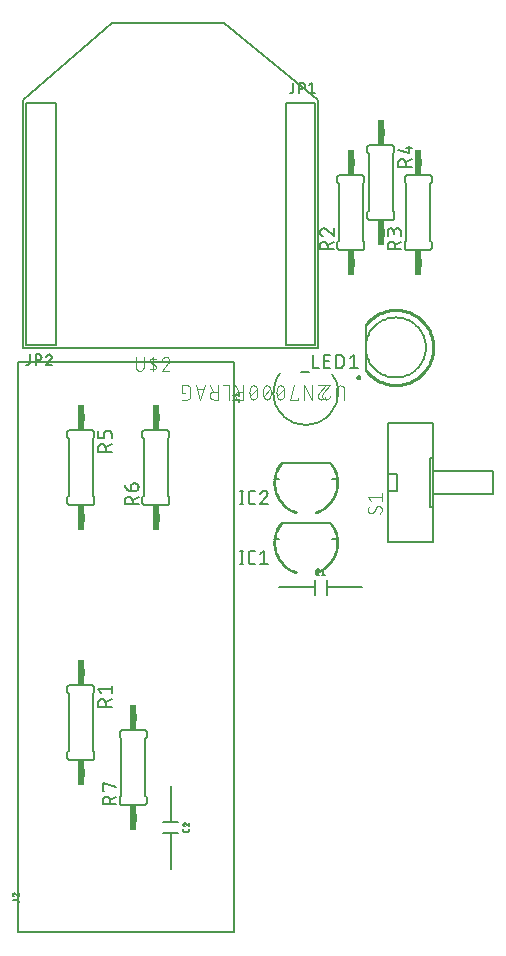
<source format=gbr>
G04 EAGLE Gerber RS-274X export*
G75*
%MOIN*%
%FSLAX34Y34*%
%LPD*%
%INSilkscreen Top*%
%IPPOS*%
%AMOC8*
5,1,8,0,0,1.08239X$1,22.5*%
G01*
%ADD10C,0.008000*%
%ADD11C,0.005000*%
%ADD12C,0.000600*%
%ADD13C,0.006000*%
%ADD14C,0.010000*%
%ADD15C,0.024000*%
%ADD16R,0.024000X0.034000*%
%ADD17C,0.004000*%
%ADD18C,0.003000*%


D10*
X10803Y11750D02*
X10803Y11500D01*
X10803Y11250D01*
X11197Y11500D02*
X11197Y11750D01*
X11197Y11500D02*
X11197Y11250D01*
X10803Y11500D02*
X9622Y11500D01*
X11197Y11500D02*
X12378Y11500D01*
D11*
X10941Y11919D02*
X10899Y11919D01*
X10888Y11920D01*
X10878Y11925D01*
X10869Y11931D01*
X10863Y11940D01*
X10858Y11950D01*
X10857Y11961D01*
X10857Y12066D01*
X10858Y12077D01*
X10863Y12087D01*
X10869Y12096D01*
X10878Y12102D01*
X10888Y12107D01*
X10899Y12108D01*
X10899Y12109D02*
X10941Y12109D01*
X11038Y12066D02*
X11091Y12109D01*
X11091Y11919D01*
X11143Y11919D02*
X11038Y11919D01*
D10*
X6250Y3697D02*
X6000Y3697D01*
X5750Y3697D01*
X6000Y3303D02*
X6250Y3303D01*
X6000Y3303D02*
X5750Y3303D01*
X6000Y3697D02*
X6000Y4878D01*
X6000Y3303D02*
X6000Y2122D01*
D11*
X6609Y3399D02*
X6609Y3441D01*
X6608Y3399D02*
X6607Y3388D01*
X6602Y3378D01*
X6596Y3369D01*
X6587Y3363D01*
X6577Y3358D01*
X6566Y3357D01*
X6461Y3357D01*
X6450Y3358D01*
X6440Y3363D01*
X6431Y3369D01*
X6425Y3378D01*
X6420Y3388D01*
X6419Y3399D01*
X6419Y3441D01*
X6418Y3596D02*
X6420Y3608D01*
X6424Y3620D01*
X6432Y3630D01*
X6442Y3638D01*
X6454Y3642D01*
X6466Y3644D01*
X6419Y3596D02*
X6420Y3583D01*
X6424Y3571D01*
X6431Y3560D01*
X6439Y3551D01*
X6450Y3543D01*
X6461Y3538D01*
X6503Y3627D02*
X6492Y3636D01*
X6480Y3641D01*
X6466Y3643D01*
X6503Y3628D02*
X6609Y3538D01*
X6609Y3643D01*
D12*
X10820Y11972D02*
X10804Y12024D01*
X10804Y12023D02*
X10863Y12044D01*
X10920Y12067D01*
X10976Y12094D01*
X11029Y12125D01*
X11081Y12158D01*
X11131Y12195D01*
X11178Y12234D01*
X11223Y12277D01*
X11266Y12322D01*
X11305Y12369D01*
X11342Y12419D01*
X11376Y12471D01*
X11406Y12525D01*
X11433Y12580D01*
X11457Y12637D01*
X11477Y12696D01*
X11493Y12755D01*
X11506Y12816D01*
X11516Y12877D01*
X11521Y12938D01*
X11523Y13000D01*
X11521Y13062D01*
X11516Y13123D01*
X11506Y13184D01*
X11493Y13245D01*
X11477Y13304D01*
X11457Y13363D01*
X11433Y13420D01*
X11406Y13475D01*
X11375Y13529D01*
X11342Y13581D01*
X11305Y13631D01*
X11347Y13664D01*
X11348Y13664D01*
X11385Y13614D01*
X11420Y13561D01*
X11451Y13506D01*
X11479Y13449D01*
X11503Y13391D01*
X11525Y13332D01*
X11542Y13271D01*
X11556Y13210D01*
X11567Y13148D01*
X11574Y13085D01*
X11577Y13022D01*
X11576Y12959D01*
X11572Y12896D01*
X11564Y12833D01*
X11552Y12771D01*
X11537Y12710D01*
X11518Y12650D01*
X11496Y12591D01*
X11470Y12533D01*
X11441Y12477D01*
X11409Y12423D01*
X11374Y12371D01*
X11336Y12320D01*
X11294Y12273D01*
X11250Y12227D01*
X11204Y12185D01*
X11155Y12145D01*
X11104Y12108D01*
X11050Y12074D01*
X10995Y12044D01*
X10938Y12016D01*
X10880Y11992D01*
X10820Y11972D01*
X10819Y11977D01*
X10880Y11998D01*
X10940Y12022D01*
X10998Y12051D01*
X11055Y12083D01*
X11109Y12118D01*
X11161Y12156D01*
X11211Y12198D01*
X11258Y12242D01*
X11302Y12289D01*
X11344Y12339D01*
X11382Y12391D01*
X11417Y12445D01*
X11449Y12502D01*
X11478Y12560D01*
X11502Y12620D01*
X11523Y12681D01*
X11541Y12744D01*
X11554Y12807D01*
X11564Y12871D01*
X11570Y12935D01*
X11572Y13000D01*
X11570Y13065D01*
X11564Y13129D01*
X11554Y13193D01*
X11541Y13257D01*
X11523Y13319D01*
X11502Y13380D01*
X11478Y13440D01*
X11449Y13498D01*
X11417Y13555D01*
X11382Y13609D01*
X11344Y13661D01*
X11340Y13658D01*
X11378Y13606D01*
X11413Y13552D01*
X11445Y13496D01*
X11473Y13438D01*
X11498Y13378D01*
X11519Y13318D01*
X11536Y13255D01*
X11550Y13192D01*
X11559Y13129D01*
X11565Y13065D01*
X11567Y13000D01*
X11565Y12936D01*
X11559Y12871D01*
X11550Y12808D01*
X11536Y12745D01*
X11519Y12683D01*
X11498Y12622D01*
X11473Y12562D01*
X11445Y12504D01*
X11413Y12448D01*
X11378Y12394D01*
X11340Y12342D01*
X11299Y12292D01*
X11255Y12246D01*
X11208Y12201D01*
X11158Y12160D01*
X11106Y12122D01*
X11052Y12087D01*
X10996Y12055D01*
X10938Y12027D01*
X10878Y12002D01*
X10817Y11981D01*
X10816Y11986D01*
X10877Y12007D01*
X10936Y12032D01*
X10994Y12060D01*
X11049Y12091D01*
X11103Y12126D01*
X11155Y12164D01*
X11204Y12205D01*
X11251Y12249D01*
X11295Y12296D01*
X11336Y12345D01*
X11374Y12397D01*
X11409Y12451D01*
X11440Y12507D01*
X11468Y12564D01*
X11493Y12623D01*
X11514Y12684D01*
X11531Y12746D01*
X11545Y12809D01*
X11554Y12872D01*
X11560Y12936D01*
X11562Y13000D01*
X11560Y13064D01*
X11554Y13128D01*
X11545Y13192D01*
X11531Y13254D01*
X11514Y13316D01*
X11493Y13377D01*
X11468Y13436D01*
X11440Y13494D01*
X11409Y13550D01*
X11374Y13603D01*
X11336Y13655D01*
X11332Y13652D01*
X11370Y13601D01*
X11405Y13547D01*
X11436Y13491D01*
X11464Y13434D01*
X11488Y13375D01*
X11509Y13315D01*
X11526Y13253D01*
X11540Y13191D01*
X11549Y13127D01*
X11555Y13064D01*
X11557Y13000D01*
X11555Y12936D01*
X11549Y12873D01*
X11540Y12810D01*
X11526Y12747D01*
X11509Y12686D01*
X11488Y12625D01*
X11464Y12566D01*
X11436Y12509D01*
X11405Y12453D01*
X11370Y12400D01*
X11332Y12348D01*
X11291Y12299D01*
X11247Y12253D01*
X11201Y12209D01*
X11152Y12168D01*
X11100Y12130D01*
X11047Y12095D01*
X10991Y12064D01*
X10934Y12036D01*
X10875Y12012D01*
X10814Y11991D01*
X10813Y11996D01*
X10873Y12016D01*
X10932Y12041D01*
X10989Y12069D01*
X11044Y12100D01*
X11098Y12134D01*
X11149Y12172D01*
X11198Y12213D01*
X11244Y12256D01*
X11287Y12302D01*
X11328Y12351D01*
X11366Y12402D01*
X11400Y12456D01*
X11432Y12511D01*
X11459Y12568D01*
X11484Y12627D01*
X11504Y12687D01*
X11521Y12748D01*
X11535Y12810D01*
X11544Y12873D01*
X11550Y12937D01*
X11552Y13000D01*
X11550Y13064D01*
X11544Y13127D01*
X11535Y13190D01*
X11521Y13252D01*
X11504Y13313D01*
X11484Y13373D01*
X11459Y13432D01*
X11431Y13489D01*
X11400Y13544D01*
X11366Y13598D01*
X11328Y13649D01*
X11324Y13646D01*
X11362Y13595D01*
X11396Y13542D01*
X11427Y13487D01*
X11455Y13430D01*
X11479Y13371D01*
X11500Y13312D01*
X11517Y13251D01*
X11530Y13189D01*
X11539Y13126D01*
X11545Y13063D01*
X11547Y13000D01*
X11545Y12937D01*
X11539Y12874D01*
X11530Y12811D01*
X11517Y12750D01*
X11500Y12689D01*
X11479Y12629D01*
X11455Y12570D01*
X11427Y12513D01*
X11396Y12458D01*
X11362Y12405D01*
X11324Y12354D01*
X11284Y12306D01*
X11240Y12260D01*
X11194Y12216D01*
X11146Y12176D01*
X11095Y12138D01*
X11042Y12104D01*
X10987Y12073D01*
X10930Y12045D01*
X10871Y12021D01*
X10812Y12000D01*
X10810Y12005D01*
X10870Y12026D01*
X10928Y12050D01*
X10984Y12077D01*
X11039Y12108D01*
X11092Y12142D01*
X11143Y12180D01*
X11191Y12220D01*
X11237Y12263D01*
X11280Y12309D01*
X11320Y12357D01*
X11358Y12408D01*
X11392Y12461D01*
X11423Y12516D01*
X11450Y12572D01*
X11474Y12631D01*
X11495Y12690D01*
X11512Y12751D01*
X11525Y12812D01*
X11534Y12874D01*
X11540Y12937D01*
X11542Y13000D01*
X11540Y13063D01*
X11534Y13126D01*
X11525Y13188D01*
X11512Y13249D01*
X11495Y13310D01*
X11474Y13370D01*
X11450Y13428D01*
X11423Y13484D01*
X11392Y13539D01*
X11358Y13592D01*
X11320Y13643D01*
X11316Y13640D01*
X11353Y13589D01*
X11387Y13537D01*
X11418Y13482D01*
X11446Y13426D01*
X11470Y13368D01*
X11490Y13309D01*
X11507Y13248D01*
X11520Y13187D01*
X11529Y13125D01*
X11535Y13063D01*
X11537Y13000D01*
X11535Y12937D01*
X11529Y12875D01*
X11520Y12813D01*
X11507Y12752D01*
X11490Y12692D01*
X11470Y12632D01*
X11446Y12574D01*
X11418Y12518D01*
X11387Y12464D01*
X11353Y12411D01*
X11316Y12361D01*
X11276Y12312D01*
X11233Y12267D01*
X11188Y12224D01*
X11140Y12184D01*
X11089Y12147D01*
X11037Y12113D01*
X10982Y12082D01*
X10926Y12054D01*
X10868Y12030D01*
X10809Y12010D01*
X10807Y12015D01*
X10866Y12035D01*
X10924Y12059D01*
X10980Y12086D01*
X11034Y12117D01*
X11086Y12151D01*
X11137Y12188D01*
X11184Y12228D01*
X11230Y12270D01*
X11273Y12316D01*
X11312Y12364D01*
X11349Y12414D01*
X11383Y12466D01*
X11414Y12520D01*
X11441Y12577D01*
X11465Y12634D01*
X11485Y12693D01*
X11502Y12753D01*
X11515Y12814D01*
X11524Y12876D01*
X11530Y12938D01*
X11532Y13000D01*
X11530Y13062D01*
X11524Y13124D01*
X11515Y13186D01*
X11502Y13247D01*
X11485Y13307D01*
X11465Y13366D01*
X11441Y13424D01*
X11414Y13480D01*
X11383Y13534D01*
X11349Y13586D01*
X11312Y13636D01*
X11308Y13633D01*
X11345Y13583D01*
X11379Y13531D01*
X11409Y13477D01*
X11437Y13422D01*
X11460Y13364D01*
X11480Y13306D01*
X11497Y13246D01*
X11510Y13185D01*
X11520Y13124D01*
X11525Y13062D01*
X11527Y13000D01*
X11525Y12938D01*
X11520Y12876D01*
X11510Y12815D01*
X11497Y12754D01*
X11481Y12695D01*
X11460Y12636D01*
X11437Y12579D01*
X11409Y12523D01*
X11379Y12469D01*
X11345Y12417D01*
X11308Y12367D01*
X11269Y12319D01*
X11226Y12274D01*
X11181Y12231D01*
X11133Y12192D01*
X11083Y12155D01*
X11031Y12121D01*
X10977Y12091D01*
X10922Y12064D01*
X10864Y12040D01*
X10806Y12020D01*
X9653Y13664D02*
X9695Y13630D01*
X9695Y13631D02*
X9658Y13581D01*
X9625Y13529D01*
X9594Y13475D01*
X9567Y13420D01*
X9543Y13363D01*
X9523Y13304D01*
X9507Y13245D01*
X9494Y13184D01*
X9484Y13123D01*
X9479Y13062D01*
X9477Y13000D01*
X9479Y12938D01*
X9484Y12877D01*
X9494Y12816D01*
X9507Y12755D01*
X9523Y12696D01*
X9543Y12637D01*
X9567Y12580D01*
X9594Y12525D01*
X9624Y12471D01*
X9658Y12419D01*
X9695Y12369D01*
X9734Y12322D01*
X9777Y12277D01*
X9822Y12234D01*
X9869Y12195D01*
X9919Y12158D01*
X9971Y12125D01*
X10024Y12094D01*
X10080Y12067D01*
X10137Y12044D01*
X10196Y12023D01*
X10180Y11972D01*
X10120Y11992D01*
X10062Y12016D01*
X10005Y12044D01*
X9950Y12074D01*
X9896Y12108D01*
X9845Y12145D01*
X9796Y12185D01*
X9750Y12227D01*
X9706Y12273D01*
X9664Y12320D01*
X9626Y12371D01*
X9591Y12423D01*
X9559Y12477D01*
X9530Y12533D01*
X9504Y12591D01*
X9482Y12650D01*
X9463Y12710D01*
X9448Y12771D01*
X9436Y12833D01*
X9428Y12896D01*
X9424Y12959D01*
X9423Y13022D01*
X9426Y13085D01*
X9433Y13148D01*
X9444Y13210D01*
X9458Y13271D01*
X9475Y13332D01*
X9497Y13391D01*
X9521Y13449D01*
X9549Y13506D01*
X9580Y13561D01*
X9615Y13614D01*
X9652Y13664D01*
X9656Y13661D01*
X9618Y13609D01*
X9583Y13555D01*
X9551Y13498D01*
X9523Y13440D01*
X9498Y13380D01*
X9477Y13319D01*
X9459Y13257D01*
X9446Y13193D01*
X9436Y13129D01*
X9430Y13065D01*
X9428Y13000D01*
X9430Y12935D01*
X9436Y12871D01*
X9446Y12807D01*
X9459Y12744D01*
X9477Y12681D01*
X9498Y12620D01*
X9522Y12560D01*
X9551Y12502D01*
X9583Y12445D01*
X9618Y12391D01*
X9656Y12339D01*
X9698Y12289D01*
X9742Y12242D01*
X9789Y12198D01*
X9839Y12156D01*
X9891Y12118D01*
X9945Y12083D01*
X10002Y12051D01*
X10060Y12022D01*
X10120Y11998D01*
X10181Y11977D01*
X10183Y11981D01*
X10122Y12002D01*
X10062Y12027D01*
X10004Y12055D01*
X9948Y12087D01*
X9894Y12122D01*
X9842Y12160D01*
X9792Y12201D01*
X9745Y12246D01*
X9701Y12292D01*
X9660Y12342D01*
X9622Y12394D01*
X9587Y12448D01*
X9555Y12504D01*
X9527Y12562D01*
X9502Y12622D01*
X9481Y12683D01*
X9464Y12745D01*
X9450Y12808D01*
X9441Y12871D01*
X9435Y12936D01*
X9433Y13000D01*
X9435Y13065D01*
X9441Y13129D01*
X9451Y13192D01*
X9464Y13255D01*
X9481Y13318D01*
X9502Y13378D01*
X9527Y13438D01*
X9555Y13496D01*
X9587Y13552D01*
X9622Y13606D01*
X9660Y13658D01*
X9664Y13655D01*
X9626Y13603D01*
X9591Y13550D01*
X9560Y13494D01*
X9532Y13436D01*
X9507Y13377D01*
X9486Y13316D01*
X9469Y13254D01*
X9455Y13192D01*
X9446Y13128D01*
X9440Y13064D01*
X9438Y13000D01*
X9440Y12936D01*
X9446Y12872D01*
X9455Y12809D01*
X9469Y12746D01*
X9486Y12684D01*
X9507Y12623D01*
X9532Y12564D01*
X9560Y12507D01*
X9591Y12451D01*
X9626Y12397D01*
X9664Y12345D01*
X9705Y12296D01*
X9749Y12249D01*
X9796Y12205D01*
X9845Y12164D01*
X9897Y12126D01*
X9951Y12091D01*
X10006Y12060D01*
X10064Y12032D01*
X10123Y12007D01*
X10184Y11986D01*
X10185Y11991D01*
X10125Y12012D01*
X10066Y12036D01*
X10009Y12064D01*
X9953Y12095D01*
X9900Y12130D01*
X9848Y12168D01*
X9799Y12209D01*
X9753Y12253D01*
X9709Y12299D01*
X9668Y12348D01*
X9630Y12400D01*
X9595Y12453D01*
X9564Y12509D01*
X9536Y12566D01*
X9512Y12625D01*
X9491Y12686D01*
X9474Y12747D01*
X9460Y12810D01*
X9451Y12873D01*
X9445Y12936D01*
X9443Y13000D01*
X9445Y13064D01*
X9451Y13128D01*
X9460Y13191D01*
X9474Y13253D01*
X9491Y13315D01*
X9512Y13375D01*
X9536Y13434D01*
X9564Y13491D01*
X9596Y13547D01*
X9630Y13601D01*
X9668Y13652D01*
X9672Y13649D01*
X9634Y13598D01*
X9600Y13544D01*
X9569Y13489D01*
X9541Y13432D01*
X9516Y13373D01*
X9496Y13313D01*
X9479Y13252D01*
X9465Y13190D01*
X9456Y13127D01*
X9450Y13064D01*
X9448Y13000D01*
X9450Y12937D01*
X9456Y12873D01*
X9465Y12810D01*
X9479Y12748D01*
X9496Y12687D01*
X9516Y12627D01*
X9541Y12568D01*
X9568Y12511D01*
X9600Y12456D01*
X9634Y12402D01*
X9672Y12351D01*
X9713Y12302D01*
X9756Y12256D01*
X9802Y12213D01*
X9851Y12172D01*
X9902Y12134D01*
X9956Y12100D01*
X10011Y12069D01*
X10068Y12041D01*
X10127Y12016D01*
X10187Y11996D01*
X10188Y12000D01*
X10129Y12021D01*
X10070Y12045D01*
X10013Y12073D01*
X9958Y12104D01*
X9905Y12138D01*
X9854Y12176D01*
X9806Y12216D01*
X9760Y12260D01*
X9716Y12306D01*
X9676Y12354D01*
X9638Y12405D01*
X9604Y12458D01*
X9573Y12514D01*
X9545Y12570D01*
X9521Y12629D01*
X9500Y12689D01*
X9483Y12750D01*
X9470Y12811D01*
X9461Y12874D01*
X9455Y12937D01*
X9453Y13000D01*
X9455Y13063D01*
X9461Y13126D01*
X9470Y13189D01*
X9483Y13251D01*
X9500Y13312D01*
X9521Y13371D01*
X9545Y13430D01*
X9573Y13487D01*
X9604Y13542D01*
X9638Y13595D01*
X9676Y13646D01*
X9680Y13643D01*
X9643Y13592D01*
X9608Y13539D01*
X9577Y13484D01*
X9550Y13428D01*
X9526Y13370D01*
X9505Y13310D01*
X9488Y13249D01*
X9475Y13188D01*
X9466Y13126D01*
X9460Y13063D01*
X9458Y13000D01*
X9460Y12937D01*
X9466Y12874D01*
X9475Y12812D01*
X9488Y12751D01*
X9505Y12690D01*
X9526Y12631D01*
X9550Y12572D01*
X9577Y12516D01*
X9608Y12461D01*
X9642Y12408D01*
X9680Y12357D01*
X9720Y12309D01*
X9763Y12263D01*
X9809Y12220D01*
X9857Y12180D01*
X9908Y12142D01*
X9961Y12108D01*
X10016Y12077D01*
X10072Y12050D01*
X10130Y12026D01*
X10190Y12005D01*
X10191Y12010D01*
X10132Y12030D01*
X10074Y12054D01*
X10018Y12082D01*
X9963Y12113D01*
X9911Y12147D01*
X9860Y12184D01*
X9812Y12224D01*
X9767Y12267D01*
X9724Y12312D01*
X9684Y12361D01*
X9647Y12411D01*
X9613Y12464D01*
X9582Y12518D01*
X9554Y12574D01*
X9530Y12632D01*
X9510Y12692D01*
X9493Y12752D01*
X9480Y12813D01*
X9471Y12875D01*
X9465Y12937D01*
X9463Y13000D01*
X9465Y13063D01*
X9471Y13125D01*
X9480Y13187D01*
X9493Y13248D01*
X9510Y13309D01*
X9530Y13368D01*
X9554Y13426D01*
X9582Y13482D01*
X9613Y13537D01*
X9647Y13589D01*
X9684Y13640D01*
X9688Y13637D01*
X9651Y13586D01*
X9617Y13534D01*
X9586Y13480D01*
X9559Y13424D01*
X9535Y13366D01*
X9515Y13307D01*
X9498Y13247D01*
X9485Y13186D01*
X9476Y13124D01*
X9470Y13062D01*
X9468Y13000D01*
X9470Y12938D01*
X9476Y12876D01*
X9485Y12814D01*
X9498Y12753D01*
X9515Y12693D01*
X9535Y12634D01*
X9559Y12577D01*
X9586Y12520D01*
X9617Y12466D01*
X9651Y12414D01*
X9688Y12364D01*
X9727Y12316D01*
X9770Y12270D01*
X9816Y12228D01*
X9863Y12188D01*
X9914Y12151D01*
X9966Y12117D01*
X10020Y12086D01*
X10076Y12059D01*
X10134Y12035D01*
X10193Y12015D01*
X10194Y12020D01*
X10136Y12040D01*
X10078Y12064D01*
X10023Y12091D01*
X9969Y12121D01*
X9917Y12155D01*
X9867Y12192D01*
X9819Y12231D01*
X9774Y12274D01*
X9731Y12319D01*
X9692Y12367D01*
X9655Y12417D01*
X9621Y12469D01*
X9591Y12523D01*
X9563Y12579D01*
X9540Y12636D01*
X9519Y12695D01*
X9503Y12754D01*
X9490Y12815D01*
X9480Y12876D01*
X9475Y12938D01*
X9473Y13000D01*
X9475Y13062D01*
X9480Y13124D01*
X9490Y13185D01*
X9503Y13246D01*
X9520Y13306D01*
X9540Y13364D01*
X9564Y13422D01*
X9591Y13477D01*
X9621Y13531D01*
X9655Y13583D01*
X9692Y13633D01*
D13*
X9675Y13650D02*
X11325Y13650D01*
X11387Y13100D02*
X11545Y13100D01*
X9613Y13100D02*
X9455Y13100D01*
D11*
X8365Y12725D02*
X8365Y12275D01*
X8315Y12275D02*
X8415Y12275D01*
X8415Y12725D02*
X8315Y12725D01*
X8699Y12275D02*
X8799Y12275D01*
X8699Y12275D02*
X8682Y12277D01*
X8665Y12281D01*
X8649Y12288D01*
X8635Y12298D01*
X8622Y12311D01*
X8612Y12325D01*
X8605Y12341D01*
X8601Y12358D01*
X8599Y12375D01*
X8599Y12625D01*
X8601Y12642D01*
X8605Y12659D01*
X8612Y12675D01*
X8622Y12689D01*
X8635Y12702D01*
X8649Y12712D01*
X8665Y12719D01*
X8682Y12723D01*
X8699Y12725D01*
X8799Y12725D01*
X8975Y12625D02*
X9100Y12725D01*
X9100Y12275D01*
X8975Y12275D02*
X9225Y12275D01*
D12*
X10820Y13972D02*
X10804Y14024D01*
X10804Y14023D02*
X10863Y14044D01*
X10920Y14067D01*
X10976Y14094D01*
X11029Y14125D01*
X11081Y14158D01*
X11131Y14195D01*
X11178Y14234D01*
X11223Y14277D01*
X11266Y14322D01*
X11305Y14369D01*
X11342Y14419D01*
X11376Y14471D01*
X11406Y14525D01*
X11433Y14580D01*
X11457Y14637D01*
X11477Y14696D01*
X11493Y14755D01*
X11506Y14816D01*
X11516Y14877D01*
X11521Y14938D01*
X11523Y15000D01*
X11521Y15062D01*
X11516Y15123D01*
X11506Y15184D01*
X11493Y15245D01*
X11477Y15304D01*
X11457Y15363D01*
X11433Y15420D01*
X11406Y15475D01*
X11375Y15529D01*
X11342Y15581D01*
X11305Y15631D01*
X11347Y15664D01*
X11348Y15664D01*
X11385Y15614D01*
X11420Y15561D01*
X11451Y15506D01*
X11479Y15449D01*
X11503Y15391D01*
X11525Y15332D01*
X11542Y15271D01*
X11556Y15210D01*
X11567Y15148D01*
X11574Y15085D01*
X11577Y15022D01*
X11576Y14959D01*
X11572Y14896D01*
X11564Y14833D01*
X11552Y14771D01*
X11537Y14710D01*
X11518Y14650D01*
X11496Y14591D01*
X11470Y14533D01*
X11441Y14477D01*
X11409Y14423D01*
X11374Y14371D01*
X11336Y14320D01*
X11294Y14273D01*
X11250Y14227D01*
X11204Y14185D01*
X11155Y14145D01*
X11104Y14108D01*
X11050Y14074D01*
X10995Y14044D01*
X10938Y14016D01*
X10880Y13992D01*
X10820Y13972D01*
X10819Y13977D01*
X10880Y13998D01*
X10940Y14022D01*
X10998Y14051D01*
X11055Y14083D01*
X11109Y14118D01*
X11161Y14156D01*
X11211Y14198D01*
X11258Y14242D01*
X11302Y14289D01*
X11344Y14339D01*
X11382Y14391D01*
X11417Y14445D01*
X11449Y14502D01*
X11478Y14560D01*
X11502Y14620D01*
X11523Y14681D01*
X11541Y14744D01*
X11554Y14807D01*
X11564Y14871D01*
X11570Y14935D01*
X11572Y15000D01*
X11570Y15065D01*
X11564Y15129D01*
X11554Y15193D01*
X11541Y15257D01*
X11523Y15319D01*
X11502Y15380D01*
X11478Y15440D01*
X11449Y15498D01*
X11417Y15555D01*
X11382Y15609D01*
X11344Y15661D01*
X11340Y15658D01*
X11378Y15606D01*
X11413Y15552D01*
X11445Y15496D01*
X11473Y15438D01*
X11498Y15378D01*
X11519Y15318D01*
X11536Y15255D01*
X11550Y15192D01*
X11559Y15129D01*
X11565Y15065D01*
X11567Y15000D01*
X11565Y14936D01*
X11559Y14871D01*
X11550Y14808D01*
X11536Y14745D01*
X11519Y14683D01*
X11498Y14622D01*
X11473Y14562D01*
X11445Y14504D01*
X11413Y14448D01*
X11378Y14394D01*
X11340Y14342D01*
X11299Y14292D01*
X11255Y14246D01*
X11208Y14201D01*
X11158Y14160D01*
X11106Y14122D01*
X11052Y14087D01*
X10996Y14055D01*
X10938Y14027D01*
X10878Y14002D01*
X10817Y13981D01*
X10816Y13986D01*
X10877Y14007D01*
X10936Y14032D01*
X10994Y14060D01*
X11049Y14091D01*
X11103Y14126D01*
X11155Y14164D01*
X11204Y14205D01*
X11251Y14249D01*
X11295Y14296D01*
X11336Y14345D01*
X11374Y14397D01*
X11409Y14451D01*
X11440Y14507D01*
X11468Y14564D01*
X11493Y14623D01*
X11514Y14684D01*
X11531Y14746D01*
X11545Y14809D01*
X11554Y14872D01*
X11560Y14936D01*
X11562Y15000D01*
X11560Y15064D01*
X11554Y15128D01*
X11545Y15192D01*
X11531Y15254D01*
X11514Y15316D01*
X11493Y15377D01*
X11468Y15436D01*
X11440Y15494D01*
X11409Y15550D01*
X11374Y15603D01*
X11336Y15655D01*
X11332Y15652D01*
X11370Y15601D01*
X11405Y15547D01*
X11436Y15491D01*
X11464Y15434D01*
X11488Y15375D01*
X11509Y15315D01*
X11526Y15253D01*
X11540Y15191D01*
X11549Y15127D01*
X11555Y15064D01*
X11557Y15000D01*
X11555Y14936D01*
X11549Y14873D01*
X11540Y14810D01*
X11526Y14747D01*
X11509Y14686D01*
X11488Y14625D01*
X11464Y14566D01*
X11436Y14509D01*
X11405Y14453D01*
X11370Y14400D01*
X11332Y14348D01*
X11291Y14299D01*
X11247Y14253D01*
X11201Y14209D01*
X11152Y14168D01*
X11100Y14130D01*
X11047Y14095D01*
X10991Y14064D01*
X10934Y14036D01*
X10875Y14012D01*
X10814Y13991D01*
X10813Y13996D01*
X10873Y14016D01*
X10932Y14041D01*
X10989Y14069D01*
X11044Y14100D01*
X11098Y14134D01*
X11149Y14172D01*
X11198Y14213D01*
X11244Y14256D01*
X11287Y14302D01*
X11328Y14351D01*
X11366Y14402D01*
X11400Y14456D01*
X11432Y14511D01*
X11459Y14568D01*
X11484Y14627D01*
X11504Y14687D01*
X11521Y14748D01*
X11535Y14810D01*
X11544Y14873D01*
X11550Y14937D01*
X11552Y15000D01*
X11550Y15064D01*
X11544Y15127D01*
X11535Y15190D01*
X11521Y15252D01*
X11504Y15313D01*
X11484Y15373D01*
X11459Y15432D01*
X11431Y15489D01*
X11400Y15544D01*
X11366Y15598D01*
X11328Y15649D01*
X11324Y15646D01*
X11362Y15595D01*
X11396Y15542D01*
X11427Y15487D01*
X11455Y15430D01*
X11479Y15371D01*
X11500Y15312D01*
X11517Y15251D01*
X11530Y15189D01*
X11539Y15126D01*
X11545Y15063D01*
X11547Y15000D01*
X11545Y14937D01*
X11539Y14874D01*
X11530Y14811D01*
X11517Y14750D01*
X11500Y14689D01*
X11479Y14629D01*
X11455Y14570D01*
X11427Y14513D01*
X11396Y14458D01*
X11362Y14405D01*
X11324Y14354D01*
X11284Y14306D01*
X11240Y14260D01*
X11194Y14216D01*
X11146Y14176D01*
X11095Y14138D01*
X11042Y14104D01*
X10987Y14073D01*
X10930Y14045D01*
X10871Y14021D01*
X10812Y14000D01*
X10810Y14005D01*
X10870Y14026D01*
X10928Y14050D01*
X10984Y14077D01*
X11039Y14108D01*
X11092Y14142D01*
X11143Y14180D01*
X11191Y14220D01*
X11237Y14263D01*
X11280Y14309D01*
X11320Y14357D01*
X11358Y14408D01*
X11392Y14461D01*
X11423Y14516D01*
X11450Y14572D01*
X11474Y14631D01*
X11495Y14690D01*
X11512Y14751D01*
X11525Y14812D01*
X11534Y14874D01*
X11540Y14937D01*
X11542Y15000D01*
X11540Y15063D01*
X11534Y15126D01*
X11525Y15188D01*
X11512Y15249D01*
X11495Y15310D01*
X11474Y15370D01*
X11450Y15428D01*
X11423Y15484D01*
X11392Y15539D01*
X11358Y15592D01*
X11320Y15643D01*
X11316Y15640D01*
X11353Y15589D01*
X11387Y15537D01*
X11418Y15482D01*
X11446Y15426D01*
X11470Y15368D01*
X11490Y15309D01*
X11507Y15248D01*
X11520Y15187D01*
X11529Y15125D01*
X11535Y15063D01*
X11537Y15000D01*
X11535Y14937D01*
X11529Y14875D01*
X11520Y14813D01*
X11507Y14752D01*
X11490Y14692D01*
X11470Y14632D01*
X11446Y14574D01*
X11418Y14518D01*
X11387Y14464D01*
X11353Y14411D01*
X11316Y14361D01*
X11276Y14312D01*
X11233Y14267D01*
X11188Y14224D01*
X11140Y14184D01*
X11089Y14147D01*
X11037Y14113D01*
X10982Y14082D01*
X10926Y14054D01*
X10868Y14030D01*
X10809Y14010D01*
X10807Y14015D01*
X10866Y14035D01*
X10924Y14059D01*
X10980Y14086D01*
X11034Y14117D01*
X11086Y14151D01*
X11137Y14188D01*
X11184Y14228D01*
X11230Y14270D01*
X11273Y14316D01*
X11312Y14364D01*
X11349Y14414D01*
X11383Y14466D01*
X11414Y14520D01*
X11441Y14577D01*
X11465Y14634D01*
X11485Y14693D01*
X11502Y14753D01*
X11515Y14814D01*
X11524Y14876D01*
X11530Y14938D01*
X11532Y15000D01*
X11530Y15062D01*
X11524Y15124D01*
X11515Y15186D01*
X11502Y15247D01*
X11485Y15307D01*
X11465Y15366D01*
X11441Y15424D01*
X11414Y15480D01*
X11383Y15534D01*
X11349Y15586D01*
X11312Y15636D01*
X11308Y15633D01*
X11345Y15583D01*
X11379Y15531D01*
X11409Y15477D01*
X11437Y15422D01*
X11460Y15364D01*
X11480Y15306D01*
X11497Y15246D01*
X11510Y15185D01*
X11520Y15124D01*
X11525Y15062D01*
X11527Y15000D01*
X11525Y14938D01*
X11520Y14876D01*
X11510Y14815D01*
X11497Y14754D01*
X11481Y14695D01*
X11460Y14636D01*
X11437Y14579D01*
X11409Y14523D01*
X11379Y14469D01*
X11345Y14417D01*
X11308Y14367D01*
X11269Y14319D01*
X11226Y14274D01*
X11181Y14231D01*
X11133Y14192D01*
X11083Y14155D01*
X11031Y14121D01*
X10977Y14091D01*
X10922Y14064D01*
X10864Y14040D01*
X10806Y14020D01*
X9653Y15664D02*
X9695Y15630D01*
X9695Y15631D02*
X9658Y15581D01*
X9625Y15529D01*
X9594Y15475D01*
X9567Y15420D01*
X9543Y15363D01*
X9523Y15304D01*
X9507Y15245D01*
X9494Y15184D01*
X9484Y15123D01*
X9479Y15062D01*
X9477Y15000D01*
X9479Y14938D01*
X9484Y14877D01*
X9494Y14816D01*
X9507Y14755D01*
X9523Y14696D01*
X9543Y14637D01*
X9567Y14580D01*
X9594Y14525D01*
X9624Y14471D01*
X9658Y14419D01*
X9695Y14369D01*
X9734Y14322D01*
X9777Y14277D01*
X9822Y14234D01*
X9869Y14195D01*
X9919Y14158D01*
X9971Y14125D01*
X10024Y14094D01*
X10080Y14067D01*
X10137Y14044D01*
X10196Y14023D01*
X10180Y13972D01*
X10120Y13992D01*
X10062Y14016D01*
X10005Y14044D01*
X9950Y14074D01*
X9896Y14108D01*
X9845Y14145D01*
X9796Y14185D01*
X9750Y14227D01*
X9706Y14273D01*
X9664Y14320D01*
X9626Y14371D01*
X9591Y14423D01*
X9559Y14477D01*
X9530Y14533D01*
X9504Y14591D01*
X9482Y14650D01*
X9463Y14710D01*
X9448Y14771D01*
X9436Y14833D01*
X9428Y14896D01*
X9424Y14959D01*
X9423Y15022D01*
X9426Y15085D01*
X9433Y15148D01*
X9444Y15210D01*
X9458Y15271D01*
X9475Y15332D01*
X9497Y15391D01*
X9521Y15449D01*
X9549Y15506D01*
X9580Y15561D01*
X9615Y15614D01*
X9652Y15664D01*
X9656Y15661D01*
X9618Y15609D01*
X9583Y15555D01*
X9551Y15498D01*
X9523Y15440D01*
X9498Y15380D01*
X9477Y15319D01*
X9459Y15257D01*
X9446Y15193D01*
X9436Y15129D01*
X9430Y15065D01*
X9428Y15000D01*
X9430Y14935D01*
X9436Y14871D01*
X9446Y14807D01*
X9459Y14744D01*
X9477Y14681D01*
X9498Y14620D01*
X9522Y14560D01*
X9551Y14502D01*
X9583Y14445D01*
X9618Y14391D01*
X9656Y14339D01*
X9698Y14289D01*
X9742Y14242D01*
X9789Y14198D01*
X9839Y14156D01*
X9891Y14118D01*
X9945Y14083D01*
X10002Y14051D01*
X10060Y14022D01*
X10120Y13998D01*
X10181Y13977D01*
X10183Y13981D01*
X10122Y14002D01*
X10062Y14027D01*
X10004Y14055D01*
X9948Y14087D01*
X9894Y14122D01*
X9842Y14160D01*
X9792Y14201D01*
X9745Y14246D01*
X9701Y14292D01*
X9660Y14342D01*
X9622Y14394D01*
X9587Y14448D01*
X9555Y14504D01*
X9527Y14562D01*
X9502Y14622D01*
X9481Y14683D01*
X9464Y14745D01*
X9450Y14808D01*
X9441Y14871D01*
X9435Y14936D01*
X9433Y15000D01*
X9435Y15065D01*
X9441Y15129D01*
X9451Y15192D01*
X9464Y15255D01*
X9481Y15318D01*
X9502Y15378D01*
X9527Y15438D01*
X9555Y15496D01*
X9587Y15552D01*
X9622Y15606D01*
X9660Y15658D01*
X9664Y15655D01*
X9626Y15603D01*
X9591Y15550D01*
X9560Y15494D01*
X9532Y15436D01*
X9507Y15377D01*
X9486Y15316D01*
X9469Y15254D01*
X9455Y15192D01*
X9446Y15128D01*
X9440Y15064D01*
X9438Y15000D01*
X9440Y14936D01*
X9446Y14872D01*
X9455Y14809D01*
X9469Y14746D01*
X9486Y14684D01*
X9507Y14623D01*
X9532Y14564D01*
X9560Y14507D01*
X9591Y14451D01*
X9626Y14397D01*
X9664Y14345D01*
X9705Y14296D01*
X9749Y14249D01*
X9796Y14205D01*
X9845Y14164D01*
X9897Y14126D01*
X9951Y14091D01*
X10006Y14060D01*
X10064Y14032D01*
X10123Y14007D01*
X10184Y13986D01*
X10185Y13991D01*
X10125Y14012D01*
X10066Y14036D01*
X10009Y14064D01*
X9953Y14095D01*
X9900Y14130D01*
X9848Y14168D01*
X9799Y14209D01*
X9753Y14253D01*
X9709Y14299D01*
X9668Y14348D01*
X9630Y14400D01*
X9595Y14453D01*
X9564Y14509D01*
X9536Y14566D01*
X9512Y14625D01*
X9491Y14686D01*
X9474Y14747D01*
X9460Y14810D01*
X9451Y14873D01*
X9445Y14936D01*
X9443Y15000D01*
X9445Y15064D01*
X9451Y15128D01*
X9460Y15191D01*
X9474Y15253D01*
X9491Y15315D01*
X9512Y15375D01*
X9536Y15434D01*
X9564Y15491D01*
X9596Y15547D01*
X9630Y15601D01*
X9668Y15652D01*
X9672Y15649D01*
X9634Y15598D01*
X9600Y15544D01*
X9569Y15489D01*
X9541Y15432D01*
X9516Y15373D01*
X9496Y15313D01*
X9479Y15252D01*
X9465Y15190D01*
X9456Y15127D01*
X9450Y15064D01*
X9448Y15000D01*
X9450Y14937D01*
X9456Y14873D01*
X9465Y14810D01*
X9479Y14748D01*
X9496Y14687D01*
X9516Y14627D01*
X9541Y14568D01*
X9568Y14511D01*
X9600Y14456D01*
X9634Y14402D01*
X9672Y14351D01*
X9713Y14302D01*
X9756Y14256D01*
X9802Y14213D01*
X9851Y14172D01*
X9902Y14134D01*
X9956Y14100D01*
X10011Y14069D01*
X10068Y14041D01*
X10127Y14016D01*
X10187Y13996D01*
X10188Y14000D01*
X10129Y14021D01*
X10070Y14045D01*
X10013Y14073D01*
X9958Y14104D01*
X9905Y14138D01*
X9854Y14176D01*
X9806Y14216D01*
X9760Y14260D01*
X9716Y14306D01*
X9676Y14354D01*
X9638Y14405D01*
X9604Y14458D01*
X9573Y14514D01*
X9545Y14570D01*
X9521Y14629D01*
X9500Y14689D01*
X9483Y14750D01*
X9470Y14811D01*
X9461Y14874D01*
X9455Y14937D01*
X9453Y15000D01*
X9455Y15063D01*
X9461Y15126D01*
X9470Y15189D01*
X9483Y15251D01*
X9500Y15312D01*
X9521Y15371D01*
X9545Y15430D01*
X9573Y15487D01*
X9604Y15542D01*
X9638Y15595D01*
X9676Y15646D01*
X9680Y15643D01*
X9643Y15592D01*
X9608Y15539D01*
X9577Y15484D01*
X9550Y15428D01*
X9526Y15370D01*
X9505Y15310D01*
X9488Y15249D01*
X9475Y15188D01*
X9466Y15126D01*
X9460Y15063D01*
X9458Y15000D01*
X9460Y14937D01*
X9466Y14874D01*
X9475Y14812D01*
X9488Y14751D01*
X9505Y14690D01*
X9526Y14631D01*
X9550Y14572D01*
X9577Y14516D01*
X9608Y14461D01*
X9642Y14408D01*
X9680Y14357D01*
X9720Y14309D01*
X9763Y14263D01*
X9809Y14220D01*
X9857Y14180D01*
X9908Y14142D01*
X9961Y14108D01*
X10016Y14077D01*
X10072Y14050D01*
X10130Y14026D01*
X10190Y14005D01*
X10191Y14010D01*
X10132Y14030D01*
X10074Y14054D01*
X10018Y14082D01*
X9963Y14113D01*
X9911Y14147D01*
X9860Y14184D01*
X9812Y14224D01*
X9767Y14267D01*
X9724Y14312D01*
X9684Y14361D01*
X9647Y14411D01*
X9613Y14464D01*
X9582Y14518D01*
X9554Y14574D01*
X9530Y14632D01*
X9510Y14692D01*
X9493Y14752D01*
X9480Y14813D01*
X9471Y14875D01*
X9465Y14937D01*
X9463Y15000D01*
X9465Y15063D01*
X9471Y15125D01*
X9480Y15187D01*
X9493Y15248D01*
X9510Y15309D01*
X9530Y15368D01*
X9554Y15426D01*
X9582Y15482D01*
X9613Y15537D01*
X9647Y15589D01*
X9684Y15640D01*
X9688Y15637D01*
X9651Y15586D01*
X9617Y15534D01*
X9586Y15480D01*
X9559Y15424D01*
X9535Y15366D01*
X9515Y15307D01*
X9498Y15247D01*
X9485Y15186D01*
X9476Y15124D01*
X9470Y15062D01*
X9468Y15000D01*
X9470Y14938D01*
X9476Y14876D01*
X9485Y14814D01*
X9498Y14753D01*
X9515Y14693D01*
X9535Y14634D01*
X9559Y14577D01*
X9586Y14520D01*
X9617Y14466D01*
X9651Y14414D01*
X9688Y14364D01*
X9727Y14316D01*
X9770Y14270D01*
X9816Y14228D01*
X9863Y14188D01*
X9914Y14151D01*
X9966Y14117D01*
X10020Y14086D01*
X10076Y14059D01*
X10134Y14035D01*
X10193Y14015D01*
X10194Y14020D01*
X10136Y14040D01*
X10078Y14064D01*
X10023Y14091D01*
X9969Y14121D01*
X9917Y14155D01*
X9867Y14192D01*
X9819Y14231D01*
X9774Y14274D01*
X9731Y14319D01*
X9692Y14367D01*
X9655Y14417D01*
X9621Y14469D01*
X9591Y14523D01*
X9563Y14579D01*
X9540Y14636D01*
X9519Y14695D01*
X9503Y14754D01*
X9490Y14815D01*
X9480Y14876D01*
X9475Y14938D01*
X9473Y15000D01*
X9475Y15062D01*
X9480Y15124D01*
X9490Y15185D01*
X9503Y15246D01*
X9520Y15306D01*
X9540Y15364D01*
X9564Y15422D01*
X9591Y15477D01*
X9621Y15531D01*
X9655Y15583D01*
X9692Y15633D01*
D13*
X9675Y15650D02*
X11325Y15650D01*
X11387Y15100D02*
X11545Y15100D01*
X9613Y15100D02*
X9455Y15100D01*
D11*
X8365Y14725D02*
X8365Y14275D01*
X8315Y14275D02*
X8415Y14275D01*
X8415Y14725D02*
X8315Y14725D01*
X8699Y14275D02*
X8799Y14275D01*
X8699Y14275D02*
X8682Y14277D01*
X8665Y14281D01*
X8649Y14288D01*
X8635Y14298D01*
X8622Y14311D01*
X8612Y14325D01*
X8605Y14341D01*
X8601Y14358D01*
X8599Y14375D01*
X8599Y14625D01*
X8601Y14642D01*
X8605Y14659D01*
X8612Y14675D01*
X8622Y14689D01*
X8635Y14702D01*
X8649Y14712D01*
X8665Y14719D01*
X8682Y14723D01*
X8699Y14725D01*
X8799Y14725D01*
X9113Y14726D02*
X9133Y14724D01*
X9152Y14719D01*
X9170Y14711D01*
X9186Y14700D01*
X9200Y14686D01*
X9211Y14670D01*
X9219Y14652D01*
X9224Y14633D01*
X9226Y14613D01*
X9113Y14725D02*
X9090Y14723D01*
X9068Y14718D01*
X9047Y14709D01*
X9028Y14697D01*
X9010Y14682D01*
X8996Y14665D01*
X8984Y14646D01*
X8975Y14625D01*
X9187Y14525D02*
X9200Y14540D01*
X9211Y14556D01*
X9219Y14574D01*
X9223Y14593D01*
X9225Y14613D01*
X9188Y14525D02*
X8975Y14275D01*
X9225Y14275D01*
X8223Y17753D02*
X8075Y17753D01*
X8223Y17753D02*
X8234Y17752D01*
X8244Y17747D01*
X8253Y17741D01*
X8259Y17732D01*
X8264Y17722D01*
X8265Y17711D01*
X8265Y17690D01*
X8117Y17869D02*
X8075Y17922D01*
X8265Y17922D01*
X8265Y17869D02*
X8265Y17975D01*
X883Y1088D02*
X735Y1088D01*
X883Y1088D02*
X894Y1087D01*
X904Y1082D01*
X913Y1076D01*
X919Y1067D01*
X924Y1057D01*
X925Y1046D01*
X925Y1025D01*
X735Y1262D02*
X737Y1274D01*
X741Y1286D01*
X749Y1296D01*
X759Y1304D01*
X771Y1308D01*
X783Y1310D01*
X735Y1262D02*
X736Y1249D01*
X740Y1237D01*
X747Y1226D01*
X755Y1217D01*
X766Y1209D01*
X777Y1204D01*
X820Y1294D02*
X809Y1303D01*
X797Y1308D01*
X783Y1310D01*
X819Y1294D02*
X925Y1204D01*
X925Y1310D01*
D10*
X9838Y19585D02*
X10822Y19585D01*
X9838Y19585D02*
X9838Y27655D01*
X10822Y27655D01*
X10822Y19585D01*
D13*
X10080Y28056D02*
X10080Y28321D01*
X10080Y28056D02*
X10079Y28041D01*
X10074Y28027D01*
X10067Y28014D01*
X10058Y28002D01*
X10046Y27993D01*
X10033Y27986D01*
X10019Y27981D01*
X10004Y27980D01*
X10004Y27981D02*
X9966Y27981D01*
X10280Y27981D02*
X10280Y28321D01*
X10375Y28321D01*
X10375Y28320D02*
X10393Y28318D01*
X10411Y28313D01*
X10427Y28304D01*
X10441Y28292D01*
X10453Y28278D01*
X10462Y28262D01*
X10467Y28244D01*
X10469Y28226D01*
X10467Y28208D01*
X10462Y28190D01*
X10453Y28174D01*
X10441Y28160D01*
X10427Y28148D01*
X10411Y28139D01*
X10393Y28134D01*
X10375Y28132D01*
X10280Y28132D01*
X10621Y28245D02*
X10715Y28321D01*
X10715Y27981D01*
X10621Y27981D02*
X10810Y27981D01*
D10*
X2162Y27665D02*
X1178Y27665D01*
X2162Y27665D02*
X2162Y19595D01*
X1178Y19595D01*
X1178Y27665D01*
D13*
X1304Y19269D02*
X1304Y19005D01*
X1303Y18990D01*
X1298Y18976D01*
X1291Y18963D01*
X1282Y18951D01*
X1270Y18942D01*
X1257Y18935D01*
X1243Y18930D01*
X1228Y18929D01*
X1190Y18929D01*
X1504Y18929D02*
X1504Y19269D01*
X1599Y19269D01*
X1617Y19267D01*
X1635Y19262D01*
X1651Y19253D01*
X1665Y19241D01*
X1677Y19227D01*
X1686Y19211D01*
X1691Y19193D01*
X1693Y19175D01*
X1691Y19157D01*
X1686Y19139D01*
X1677Y19123D01*
X1665Y19109D01*
X1651Y19097D01*
X1635Y19088D01*
X1617Y19083D01*
X1599Y19081D01*
X1599Y19080D02*
X1504Y19080D01*
X1949Y19269D02*
X1966Y19267D01*
X1982Y19263D01*
X1996Y19255D01*
X2009Y19244D01*
X2020Y19231D01*
X2028Y19217D01*
X2032Y19201D01*
X2034Y19184D01*
X1949Y19269D02*
X1930Y19267D01*
X1911Y19262D01*
X1893Y19254D01*
X1877Y19242D01*
X1864Y19228D01*
X1853Y19212D01*
X1845Y19194D01*
X2005Y19118D02*
X2017Y19132D01*
X2026Y19148D01*
X2031Y19166D01*
X2033Y19184D01*
X2005Y19118D02*
X1845Y18929D01*
X2034Y18929D01*
D10*
X12500Y18750D02*
X12500Y20250D01*
D14*
X12543Y20304D01*
X12589Y20356D01*
X12638Y20405D01*
X12690Y20452D01*
X12744Y20495D01*
X12800Y20536D01*
X12859Y20573D01*
X12919Y20607D01*
X12982Y20637D01*
X13045Y20664D01*
X13111Y20688D01*
X13177Y20708D01*
X13245Y20724D01*
X13313Y20736D01*
X13382Y20744D01*
X13451Y20749D01*
X13521Y20750D01*
X13590Y20747D01*
X13659Y20740D01*
X13727Y20729D01*
X13795Y20715D01*
X13862Y20696D01*
X13928Y20674D01*
X13993Y20649D01*
X14056Y20620D01*
X14117Y20587D01*
X14176Y20551D01*
X14233Y20512D01*
X14289Y20470D01*
X14341Y20425D01*
X14391Y20377D01*
X14438Y20326D01*
X14483Y20272D01*
X14524Y20217D01*
X14562Y20159D01*
X14597Y20099D01*
X14629Y20037D01*
X14657Y19974D01*
X14681Y19909D01*
X14702Y19843D01*
X14719Y19775D01*
X14733Y19707D01*
X14742Y19638D01*
X14748Y19569D01*
X14750Y19500D01*
X14748Y19431D01*
X14742Y19362D01*
X14733Y19293D01*
X14719Y19225D01*
X14702Y19157D01*
X14681Y19091D01*
X14657Y19026D01*
X14629Y18963D01*
X14597Y18901D01*
X14562Y18841D01*
X14524Y18783D01*
X14483Y18728D01*
X14438Y18674D01*
X14391Y18623D01*
X14341Y18575D01*
X14289Y18530D01*
X14233Y18488D01*
X14176Y18449D01*
X14117Y18413D01*
X14056Y18380D01*
X13993Y18351D01*
X13928Y18326D01*
X13862Y18304D01*
X13795Y18285D01*
X13727Y18271D01*
X13659Y18260D01*
X13590Y18253D01*
X13521Y18250D01*
X13451Y18251D01*
X13382Y18256D01*
X13313Y18264D01*
X13245Y18276D01*
X13177Y18292D01*
X13111Y18312D01*
X13045Y18336D01*
X12982Y18363D01*
X12919Y18393D01*
X12859Y18427D01*
X12800Y18464D01*
X12744Y18505D01*
X12690Y18548D01*
X12638Y18595D01*
X12589Y18644D01*
X12543Y18696D01*
X12500Y18750D01*
D13*
X12500Y19500D02*
X12502Y19563D01*
X12508Y19625D01*
X12518Y19687D01*
X12531Y19749D01*
X12549Y19809D01*
X12570Y19868D01*
X12595Y19926D01*
X12624Y19982D01*
X12656Y20036D01*
X12691Y20088D01*
X12729Y20137D01*
X12771Y20185D01*
X12815Y20229D01*
X12863Y20271D01*
X12912Y20309D01*
X12964Y20344D01*
X13018Y20376D01*
X13074Y20405D01*
X13132Y20430D01*
X13191Y20451D01*
X13251Y20469D01*
X13313Y20482D01*
X13375Y20492D01*
X13437Y20498D01*
X13500Y20500D01*
X13563Y20498D01*
X13625Y20492D01*
X13687Y20482D01*
X13749Y20469D01*
X13809Y20451D01*
X13868Y20430D01*
X13926Y20405D01*
X13982Y20376D01*
X14036Y20344D01*
X14088Y20309D01*
X14137Y20271D01*
X14185Y20229D01*
X14229Y20185D01*
X14271Y20137D01*
X14309Y20088D01*
X14344Y20036D01*
X14376Y19982D01*
X14405Y19926D01*
X14430Y19868D01*
X14451Y19809D01*
X14469Y19749D01*
X14482Y19687D01*
X14492Y19625D01*
X14498Y19563D01*
X14500Y19500D01*
X14498Y19437D01*
X14492Y19375D01*
X14482Y19313D01*
X14469Y19251D01*
X14451Y19191D01*
X14430Y19132D01*
X14405Y19074D01*
X14376Y19018D01*
X14344Y18964D01*
X14309Y18912D01*
X14271Y18863D01*
X14229Y18815D01*
X14185Y18771D01*
X14137Y18729D01*
X14088Y18691D01*
X14036Y18656D01*
X13982Y18624D01*
X13926Y18595D01*
X13868Y18570D01*
X13809Y18549D01*
X13749Y18531D01*
X13687Y18518D01*
X13625Y18508D01*
X13563Y18502D01*
X13500Y18500D01*
X13437Y18502D01*
X13375Y18508D01*
X13313Y18518D01*
X13251Y18531D01*
X13191Y18549D01*
X13132Y18570D01*
X13074Y18595D01*
X13018Y18624D01*
X12964Y18656D01*
X12912Y18691D01*
X12863Y18729D01*
X12815Y18771D01*
X12771Y18815D01*
X12729Y18863D01*
X12691Y18912D01*
X12656Y18964D01*
X12624Y19018D01*
X12595Y19074D01*
X12570Y19132D01*
X12549Y19191D01*
X12531Y19251D01*
X12518Y19313D01*
X12508Y19375D01*
X12502Y19437D01*
X12500Y19500D01*
D11*
X10731Y19265D02*
X10731Y18815D01*
X10931Y18815D01*
X11121Y18815D02*
X11321Y18815D01*
X11121Y18815D02*
X11121Y19265D01*
X11321Y19265D01*
X11271Y19065D02*
X11121Y19065D01*
X11510Y19265D02*
X11510Y18815D01*
X11510Y19265D02*
X11635Y19265D01*
X11655Y19263D01*
X11674Y19259D01*
X11692Y19251D01*
X11708Y19241D01*
X11723Y19228D01*
X11736Y19213D01*
X11746Y19197D01*
X11754Y19179D01*
X11758Y19160D01*
X11760Y19140D01*
X11760Y18940D01*
X11758Y18920D01*
X11754Y18901D01*
X11746Y18883D01*
X11736Y18867D01*
X11723Y18852D01*
X11708Y18839D01*
X11692Y18829D01*
X11674Y18821D01*
X11655Y18817D01*
X11635Y18815D01*
X11510Y18815D01*
X11975Y19165D02*
X12100Y19265D01*
X12100Y18815D01*
X11975Y18815D02*
X12225Y18815D01*
D13*
X3350Y8250D02*
X3367Y8248D01*
X3384Y8244D01*
X3400Y8237D01*
X3414Y8227D01*
X3427Y8214D01*
X3437Y8200D01*
X3444Y8184D01*
X3448Y8167D01*
X3450Y8150D01*
X2650Y8250D02*
X2633Y8248D01*
X2616Y8244D01*
X2600Y8237D01*
X2586Y8227D01*
X2573Y8214D01*
X2563Y8200D01*
X2556Y8184D01*
X2552Y8167D01*
X2550Y8150D01*
X2550Y5850D02*
X2552Y5833D01*
X2556Y5816D01*
X2563Y5800D01*
X2573Y5786D01*
X2586Y5773D01*
X2600Y5763D01*
X2616Y5756D01*
X2633Y5752D01*
X2650Y5750D01*
X3350Y5750D02*
X3367Y5752D01*
X3384Y5756D01*
X3400Y5763D01*
X3414Y5773D01*
X3427Y5786D01*
X3437Y5800D01*
X3444Y5816D01*
X3448Y5833D01*
X3450Y5850D01*
X3350Y8250D02*
X2650Y8250D01*
X3450Y8150D02*
X3450Y8000D01*
X3400Y7950D01*
X2550Y8000D02*
X2550Y8150D01*
X2550Y8000D02*
X2600Y7950D01*
X3400Y6050D02*
X3450Y6000D01*
X3400Y6050D02*
X3400Y7950D01*
X2600Y6050D02*
X2550Y6000D01*
X2600Y6050D02*
X2600Y7950D01*
X3450Y6000D02*
X3450Y5850D01*
X2550Y5850D02*
X2550Y6000D01*
X2650Y5750D02*
X3350Y5750D01*
D15*
X3000Y5400D02*
X3000Y5250D01*
X3000Y8600D02*
X3000Y8750D01*
D16*
X3000Y5580D03*
X3000Y8420D03*
X3000Y5080D03*
X3000Y8920D03*
D11*
X3575Y7528D02*
X4025Y7528D01*
X3575Y7528D02*
X3575Y7653D01*
X3577Y7674D01*
X3582Y7694D01*
X3590Y7712D01*
X3601Y7730D01*
X3615Y7745D01*
X3632Y7758D01*
X3650Y7767D01*
X3669Y7774D01*
X3690Y7778D01*
X3710Y7778D01*
X3731Y7774D01*
X3750Y7767D01*
X3768Y7758D01*
X3785Y7745D01*
X3799Y7730D01*
X3810Y7712D01*
X3818Y7694D01*
X3823Y7674D01*
X3825Y7653D01*
X3825Y7528D01*
X3825Y7678D02*
X4025Y7778D01*
X3675Y7975D02*
X3575Y8100D01*
X4025Y8100D01*
X4025Y7975D02*
X4025Y8225D01*
D13*
X11650Y22750D02*
X11633Y22752D01*
X11616Y22756D01*
X11600Y22763D01*
X11586Y22773D01*
X11573Y22786D01*
X11563Y22800D01*
X11556Y22816D01*
X11552Y22833D01*
X11550Y22850D01*
X12350Y22750D02*
X12367Y22752D01*
X12384Y22756D01*
X12400Y22763D01*
X12414Y22773D01*
X12427Y22786D01*
X12437Y22800D01*
X12444Y22816D01*
X12448Y22833D01*
X12450Y22850D01*
X12450Y25150D02*
X12448Y25167D01*
X12444Y25184D01*
X12437Y25200D01*
X12427Y25214D01*
X12414Y25227D01*
X12400Y25237D01*
X12384Y25244D01*
X12367Y25248D01*
X12350Y25250D01*
X11650Y25250D02*
X11633Y25248D01*
X11616Y25244D01*
X11600Y25237D01*
X11586Y25227D01*
X11573Y25214D01*
X11563Y25200D01*
X11556Y25184D01*
X11552Y25167D01*
X11550Y25150D01*
X11650Y22750D02*
X12350Y22750D01*
X11550Y22850D02*
X11550Y23000D01*
X11600Y23050D01*
X12450Y23000D02*
X12450Y22850D01*
X12450Y23000D02*
X12400Y23050D01*
X11600Y24950D02*
X11550Y25000D01*
X11600Y24950D02*
X11600Y23050D01*
X12400Y24950D02*
X12450Y25000D01*
X12400Y24950D02*
X12400Y23050D01*
X11550Y25000D02*
X11550Y25150D01*
X12450Y25150D02*
X12450Y25000D01*
X12350Y25250D02*
X11650Y25250D01*
D15*
X12000Y25600D02*
X12000Y25750D01*
X12000Y22400D02*
X12000Y22250D01*
D16*
X12000Y25420D03*
X12000Y22580D03*
X12000Y25920D03*
X12000Y22080D03*
D11*
X11425Y22775D02*
X10975Y22775D01*
X10975Y22900D01*
X10977Y22921D01*
X10982Y22941D01*
X10990Y22959D01*
X11001Y22977D01*
X11015Y22992D01*
X11032Y23005D01*
X11050Y23014D01*
X11069Y23021D01*
X11090Y23025D01*
X11110Y23025D01*
X11131Y23021D01*
X11150Y23014D01*
X11168Y23005D01*
X11185Y22992D01*
X11199Y22977D01*
X11210Y22959D01*
X11218Y22941D01*
X11223Y22921D01*
X11225Y22900D01*
X11225Y22775D01*
X11225Y22925D02*
X11425Y23025D01*
X11088Y23472D02*
X11068Y23470D01*
X11049Y23465D01*
X11032Y23457D01*
X11015Y23446D01*
X11001Y23432D01*
X10990Y23416D01*
X10982Y23398D01*
X10977Y23379D01*
X10975Y23359D01*
X10977Y23336D01*
X10982Y23314D01*
X10991Y23293D01*
X11003Y23274D01*
X11018Y23256D01*
X11035Y23242D01*
X11054Y23230D01*
X11075Y23221D01*
X11176Y23434D02*
X11161Y23447D01*
X11145Y23458D01*
X11127Y23466D01*
X11108Y23470D01*
X11088Y23472D01*
X11175Y23434D02*
X11425Y23222D01*
X11425Y23472D01*
D13*
X13800Y22850D02*
X13802Y22833D01*
X13806Y22816D01*
X13813Y22800D01*
X13823Y22786D01*
X13836Y22773D01*
X13850Y22763D01*
X13866Y22756D01*
X13883Y22752D01*
X13900Y22750D01*
X14600Y22750D02*
X14617Y22752D01*
X14634Y22756D01*
X14650Y22763D01*
X14664Y22773D01*
X14677Y22786D01*
X14687Y22800D01*
X14694Y22816D01*
X14698Y22833D01*
X14700Y22850D01*
X14700Y25150D02*
X14698Y25167D01*
X14694Y25184D01*
X14687Y25200D01*
X14677Y25214D01*
X14664Y25227D01*
X14650Y25237D01*
X14634Y25244D01*
X14617Y25248D01*
X14600Y25250D01*
X13900Y25250D02*
X13883Y25248D01*
X13866Y25244D01*
X13850Y25237D01*
X13836Y25227D01*
X13823Y25214D01*
X13813Y25200D01*
X13806Y25184D01*
X13802Y25167D01*
X13800Y25150D01*
X13900Y22750D02*
X14600Y22750D01*
X13800Y22850D02*
X13800Y23000D01*
X13850Y23050D01*
X14700Y23000D02*
X14700Y22850D01*
X14700Y23000D02*
X14650Y23050D01*
X13850Y24950D02*
X13800Y25000D01*
X13850Y24950D02*
X13850Y23050D01*
X14650Y24950D02*
X14700Y25000D01*
X14650Y24950D02*
X14650Y23050D01*
X13800Y25000D02*
X13800Y25150D01*
X14700Y25150D02*
X14700Y25000D01*
X14600Y25250D02*
X13900Y25250D01*
D15*
X14250Y25600D02*
X14250Y25750D01*
X14250Y22400D02*
X14250Y22250D01*
D16*
X14250Y25420D03*
X14250Y22580D03*
X14250Y25920D03*
X14250Y22080D03*
D11*
X13675Y22775D02*
X13225Y22775D01*
X13225Y22900D01*
X13227Y22921D01*
X13232Y22941D01*
X13240Y22959D01*
X13251Y22977D01*
X13265Y22992D01*
X13282Y23005D01*
X13300Y23014D01*
X13319Y23021D01*
X13340Y23025D01*
X13360Y23025D01*
X13381Y23021D01*
X13400Y23014D01*
X13418Y23005D01*
X13435Y22992D01*
X13449Y22977D01*
X13460Y22959D01*
X13468Y22941D01*
X13473Y22921D01*
X13475Y22900D01*
X13475Y22775D01*
X13475Y22925D02*
X13675Y23025D01*
X13675Y23222D02*
X13675Y23347D01*
X13673Y23368D01*
X13668Y23388D01*
X13660Y23406D01*
X13649Y23424D01*
X13635Y23439D01*
X13618Y23452D01*
X13600Y23461D01*
X13581Y23468D01*
X13560Y23472D01*
X13540Y23472D01*
X13519Y23468D01*
X13500Y23461D01*
X13482Y23452D01*
X13465Y23439D01*
X13451Y23424D01*
X13440Y23406D01*
X13432Y23388D01*
X13427Y23368D01*
X13425Y23347D01*
X13225Y23372D02*
X13225Y23222D01*
X13225Y23372D02*
X13227Y23390D01*
X13232Y23408D01*
X13240Y23425D01*
X13251Y23439D01*
X13265Y23452D01*
X13280Y23462D01*
X13298Y23468D01*
X13316Y23472D01*
X13334Y23472D01*
X13352Y23468D01*
X13370Y23462D01*
X13385Y23452D01*
X13399Y23439D01*
X13410Y23425D01*
X13418Y23408D01*
X13423Y23390D01*
X13425Y23372D01*
X13425Y23272D01*
D13*
X13450Y26150D02*
X13448Y26167D01*
X13444Y26184D01*
X13437Y26200D01*
X13427Y26214D01*
X13414Y26227D01*
X13400Y26237D01*
X13384Y26244D01*
X13367Y26248D01*
X13350Y26250D01*
X12650Y26250D02*
X12633Y26248D01*
X12616Y26244D01*
X12600Y26237D01*
X12586Y26227D01*
X12573Y26214D01*
X12563Y26200D01*
X12556Y26184D01*
X12552Y26167D01*
X12550Y26150D01*
X12550Y23850D02*
X12552Y23833D01*
X12556Y23816D01*
X12563Y23800D01*
X12573Y23786D01*
X12586Y23773D01*
X12600Y23763D01*
X12616Y23756D01*
X12633Y23752D01*
X12650Y23750D01*
X13350Y23750D02*
X13367Y23752D01*
X13384Y23756D01*
X13400Y23763D01*
X13414Y23773D01*
X13427Y23786D01*
X13437Y23800D01*
X13444Y23816D01*
X13448Y23833D01*
X13450Y23850D01*
X13350Y26250D02*
X12650Y26250D01*
X13450Y26150D02*
X13450Y26000D01*
X13400Y25950D01*
X12550Y26000D02*
X12550Y26150D01*
X12550Y26000D02*
X12600Y25950D01*
X13400Y24050D02*
X13450Y24000D01*
X13400Y24050D02*
X13400Y25950D01*
X12600Y24050D02*
X12550Y24000D01*
X12600Y24050D02*
X12600Y25950D01*
X13450Y24000D02*
X13450Y23850D01*
X12550Y23850D02*
X12550Y24000D01*
X12650Y23750D02*
X13350Y23750D01*
D15*
X13000Y23400D02*
X13000Y23250D01*
X13000Y26600D02*
X13000Y26750D01*
D16*
X13000Y23580D03*
X13000Y26420D03*
X13000Y23080D03*
X13000Y26920D03*
D11*
X13575Y25528D02*
X14025Y25528D01*
X13575Y25528D02*
X13575Y25653D01*
X13577Y25674D01*
X13582Y25694D01*
X13590Y25712D01*
X13601Y25730D01*
X13615Y25745D01*
X13632Y25758D01*
X13650Y25767D01*
X13669Y25774D01*
X13690Y25778D01*
X13710Y25778D01*
X13731Y25774D01*
X13750Y25767D01*
X13768Y25758D01*
X13785Y25745D01*
X13799Y25730D01*
X13810Y25712D01*
X13818Y25694D01*
X13823Y25674D01*
X13825Y25653D01*
X13825Y25528D01*
X13825Y25678D02*
X14025Y25778D01*
X13925Y25975D02*
X13575Y26075D01*
X13925Y25975D02*
X13925Y26225D01*
X13825Y26150D02*
X14025Y26150D01*
D13*
X3450Y16650D02*
X3448Y16667D01*
X3444Y16684D01*
X3437Y16700D01*
X3427Y16714D01*
X3414Y16727D01*
X3400Y16737D01*
X3384Y16744D01*
X3367Y16748D01*
X3350Y16750D01*
X2650Y16750D02*
X2633Y16748D01*
X2616Y16744D01*
X2600Y16737D01*
X2586Y16727D01*
X2573Y16714D01*
X2563Y16700D01*
X2556Y16684D01*
X2552Y16667D01*
X2550Y16650D01*
X2550Y14350D02*
X2552Y14333D01*
X2556Y14316D01*
X2563Y14300D01*
X2573Y14286D01*
X2586Y14273D01*
X2600Y14263D01*
X2616Y14256D01*
X2633Y14252D01*
X2650Y14250D01*
X3350Y14250D02*
X3367Y14252D01*
X3384Y14256D01*
X3400Y14263D01*
X3414Y14273D01*
X3427Y14286D01*
X3437Y14300D01*
X3444Y14316D01*
X3448Y14333D01*
X3450Y14350D01*
X3350Y16750D02*
X2650Y16750D01*
X3450Y16650D02*
X3450Y16500D01*
X3400Y16450D01*
X2550Y16500D02*
X2550Y16650D01*
X2550Y16500D02*
X2600Y16450D01*
X3400Y14550D02*
X3450Y14500D01*
X3400Y14550D02*
X3400Y16450D01*
X2600Y14550D02*
X2550Y14500D01*
X2600Y14550D02*
X2600Y16450D01*
X3450Y14500D02*
X3450Y14350D01*
X2550Y14350D02*
X2550Y14500D01*
X2650Y14250D02*
X3350Y14250D01*
D15*
X3000Y13900D02*
X3000Y13750D01*
X3000Y17100D02*
X3000Y17250D01*
D16*
X3000Y14080D03*
X3000Y16920D03*
X3000Y13580D03*
X3000Y17420D03*
D11*
X3575Y16028D02*
X4025Y16028D01*
X3575Y16028D02*
X3575Y16153D01*
X3577Y16174D01*
X3582Y16194D01*
X3590Y16212D01*
X3601Y16230D01*
X3615Y16245D01*
X3632Y16258D01*
X3650Y16267D01*
X3669Y16274D01*
X3690Y16278D01*
X3710Y16278D01*
X3731Y16274D01*
X3750Y16267D01*
X3768Y16258D01*
X3785Y16245D01*
X3799Y16230D01*
X3810Y16212D01*
X3818Y16194D01*
X3823Y16174D01*
X3825Y16153D01*
X3825Y16028D01*
X3825Y16178D02*
X4025Y16278D01*
X4025Y16475D02*
X4025Y16625D01*
X4023Y16642D01*
X4019Y16659D01*
X4012Y16675D01*
X4002Y16689D01*
X3989Y16702D01*
X3975Y16712D01*
X3959Y16719D01*
X3942Y16723D01*
X3925Y16725D01*
X3875Y16725D01*
X3858Y16723D01*
X3841Y16719D01*
X3825Y16712D01*
X3811Y16702D01*
X3798Y16689D01*
X3788Y16675D01*
X3781Y16659D01*
X3777Y16642D01*
X3775Y16625D01*
X3775Y16475D01*
X3575Y16475D01*
X3575Y16725D01*
D13*
X5050Y14350D02*
X5052Y14333D01*
X5056Y14316D01*
X5063Y14300D01*
X5073Y14286D01*
X5086Y14273D01*
X5100Y14263D01*
X5116Y14256D01*
X5133Y14252D01*
X5150Y14250D01*
X5850Y14250D02*
X5867Y14252D01*
X5884Y14256D01*
X5900Y14263D01*
X5914Y14273D01*
X5927Y14286D01*
X5937Y14300D01*
X5944Y14316D01*
X5948Y14333D01*
X5950Y14350D01*
X5950Y16650D02*
X5948Y16667D01*
X5944Y16684D01*
X5937Y16700D01*
X5927Y16714D01*
X5914Y16727D01*
X5900Y16737D01*
X5884Y16744D01*
X5867Y16748D01*
X5850Y16750D01*
X5150Y16750D02*
X5133Y16748D01*
X5116Y16744D01*
X5100Y16737D01*
X5086Y16727D01*
X5073Y16714D01*
X5063Y16700D01*
X5056Y16684D01*
X5052Y16667D01*
X5050Y16650D01*
X5150Y14250D02*
X5850Y14250D01*
X5050Y14350D02*
X5050Y14500D01*
X5100Y14550D01*
X5950Y14500D02*
X5950Y14350D01*
X5950Y14500D02*
X5900Y14550D01*
X5100Y16450D02*
X5050Y16500D01*
X5100Y16450D02*
X5100Y14550D01*
X5900Y16450D02*
X5950Y16500D01*
X5900Y16450D02*
X5900Y14550D01*
X5050Y16500D02*
X5050Y16650D01*
X5950Y16650D02*
X5950Y16500D01*
X5850Y16750D02*
X5150Y16750D01*
D15*
X5500Y17100D02*
X5500Y17250D01*
X5500Y13900D02*
X5500Y13750D01*
D16*
X5500Y16920D03*
X5500Y14080D03*
X5500Y17420D03*
X5500Y13580D03*
D11*
X4925Y14275D02*
X4475Y14275D01*
X4475Y14400D01*
X4477Y14421D01*
X4482Y14441D01*
X4490Y14459D01*
X4501Y14477D01*
X4515Y14492D01*
X4532Y14505D01*
X4550Y14514D01*
X4569Y14521D01*
X4590Y14525D01*
X4610Y14525D01*
X4631Y14521D01*
X4650Y14514D01*
X4668Y14505D01*
X4685Y14492D01*
X4699Y14477D01*
X4710Y14459D01*
X4718Y14441D01*
X4723Y14421D01*
X4725Y14400D01*
X4725Y14275D01*
X4725Y14425D02*
X4925Y14525D01*
X4675Y14722D02*
X4675Y14872D01*
X4677Y14889D01*
X4681Y14906D01*
X4688Y14922D01*
X4698Y14936D01*
X4711Y14949D01*
X4725Y14959D01*
X4741Y14966D01*
X4758Y14970D01*
X4775Y14972D01*
X4800Y14972D01*
X4821Y14970D01*
X4841Y14965D01*
X4859Y14957D01*
X4877Y14946D01*
X4892Y14932D01*
X4905Y14915D01*
X4914Y14897D01*
X4921Y14878D01*
X4925Y14857D01*
X4925Y14837D01*
X4921Y14816D01*
X4914Y14797D01*
X4905Y14779D01*
X4892Y14762D01*
X4877Y14748D01*
X4859Y14737D01*
X4841Y14729D01*
X4821Y14724D01*
X4800Y14722D01*
X4675Y14722D01*
X4649Y14724D01*
X4623Y14729D01*
X4598Y14737D01*
X4575Y14749D01*
X4553Y14763D01*
X4534Y14781D01*
X4516Y14800D01*
X4502Y14822D01*
X4490Y14845D01*
X4482Y14870D01*
X4477Y14896D01*
X4475Y14922D01*
X13252Y14724D02*
X13252Y13031D01*
X13252Y14724D02*
X13252Y15276D01*
X13252Y16969D01*
X14748Y16969D01*
X14748Y15827D01*
X14748Y15394D01*
X14748Y14606D01*
X14748Y14173D01*
X14748Y13031D01*
X13252Y13031D01*
X13252Y14724D02*
X13528Y14724D01*
X13528Y15276D01*
X13252Y15276D01*
X14630Y14173D02*
X14748Y14173D01*
X14630Y14173D02*
X14630Y15827D01*
X14748Y15827D01*
X14748Y14606D02*
X16756Y14606D01*
X16756Y15394D01*
X14748Y15394D01*
D17*
X13035Y14110D02*
X13033Y14128D01*
X13029Y14145D01*
X13021Y14161D01*
X13011Y14176D01*
X12999Y14188D01*
X12984Y14198D01*
X12968Y14206D01*
X12951Y14210D01*
X12933Y14212D01*
X13035Y14110D02*
X13033Y14082D01*
X13028Y14054D01*
X13018Y14027D01*
X13006Y14001D01*
X12990Y13978D01*
X12971Y13957D01*
X12677Y13970D02*
X12659Y13972D01*
X12642Y13976D01*
X12626Y13984D01*
X12611Y13994D01*
X12599Y14006D01*
X12589Y14021D01*
X12581Y14037D01*
X12577Y14054D01*
X12575Y14072D01*
X12577Y14097D01*
X12581Y14121D01*
X12589Y14144D01*
X12600Y14167D01*
X12613Y14187D01*
X12677Y13970D02*
X12695Y13972D01*
X12712Y13976D01*
X12729Y13984D01*
X12743Y13994D01*
X12756Y14007D01*
X12767Y14021D01*
X12843Y14162D02*
X12854Y14176D01*
X12867Y14189D01*
X12881Y14199D01*
X12898Y14207D01*
X12915Y14211D01*
X12933Y14213D01*
X12843Y14161D02*
X12767Y14021D01*
X12677Y14392D02*
X12575Y14520D01*
X13035Y14520D01*
X13035Y14392D02*
X13035Y14648D01*
D11*
X8100Y19000D02*
X8100Y0D01*
X8100Y19000D02*
X900Y19000D01*
X900Y0D01*
X8100Y0D01*
X10921Y19488D02*
X1079Y19488D01*
X10921Y19488D02*
X10921Y27756D01*
X7772Y30315D01*
X4031Y30315D01*
X1079Y27756D01*
X1079Y19488D01*
D17*
X4839Y19181D02*
X4839Y18849D01*
X4841Y18828D01*
X4846Y18807D01*
X4854Y18788D01*
X4866Y18770D01*
X4880Y18755D01*
X4897Y18742D01*
X4916Y18732D01*
X4936Y18725D01*
X4956Y18721D01*
X4978Y18721D01*
X4998Y18725D01*
X5018Y18732D01*
X5037Y18742D01*
X5054Y18755D01*
X5068Y18770D01*
X5080Y18788D01*
X5088Y18807D01*
X5093Y18828D01*
X5095Y18849D01*
X5094Y18849D02*
X5094Y19181D01*
X5402Y19181D02*
X5402Y18721D01*
X5402Y18951D02*
X5338Y18989D01*
X5338Y18990D02*
X5325Y19000D01*
X5314Y19013D01*
X5306Y19027D01*
X5302Y19044D01*
X5301Y19060D01*
X5304Y19077D01*
X5311Y19092D01*
X5320Y19106D01*
X5333Y19117D01*
X5347Y19125D01*
X5363Y19130D01*
X5364Y19130D02*
X5388Y19133D01*
X5412Y19133D01*
X5436Y19130D01*
X5460Y19124D01*
X5482Y19115D01*
X5504Y19104D01*
X5402Y18951D02*
X5466Y18912D01*
X5465Y18912D02*
X5478Y18902D01*
X5489Y18889D01*
X5497Y18875D01*
X5501Y18858D01*
X5502Y18842D01*
X5499Y18825D01*
X5492Y18810D01*
X5483Y18796D01*
X5470Y18785D01*
X5456Y18777D01*
X5440Y18772D01*
X5416Y18769D01*
X5392Y18769D01*
X5368Y18772D01*
X5344Y18778D01*
X5322Y18787D01*
X5300Y18798D01*
X5834Y19181D02*
X5854Y19179D01*
X5873Y19174D01*
X5892Y19166D01*
X5908Y19154D01*
X5922Y19140D01*
X5934Y19124D01*
X5942Y19105D01*
X5947Y19086D01*
X5949Y19066D01*
X5834Y19181D02*
X5811Y19179D01*
X5788Y19174D01*
X5767Y19165D01*
X5747Y19153D01*
X5729Y19138D01*
X5714Y19120D01*
X5702Y19100D01*
X5693Y19079D01*
X5912Y18976D02*
X5925Y18991D01*
X5936Y19008D01*
X5944Y19027D01*
X5948Y19046D01*
X5950Y19066D01*
X5911Y18976D02*
X5694Y18721D01*
X5949Y18721D01*
D13*
X10340Y18680D02*
X10610Y18680D01*
X12220Y18500D02*
X12222Y18513D01*
X12227Y18525D01*
X12235Y18535D01*
X12245Y18543D01*
X12257Y18548D01*
X12270Y18550D01*
X12283Y18548D01*
X12295Y18543D01*
X12305Y18535D01*
X12313Y18525D01*
X12318Y18513D01*
X12320Y18500D01*
X12318Y18487D01*
X12313Y18475D01*
X12305Y18465D01*
X12295Y18457D01*
X12283Y18452D01*
X12270Y18450D01*
X12257Y18452D01*
X12245Y18457D01*
X12235Y18465D01*
X12227Y18475D01*
X12222Y18487D01*
X12220Y18500D01*
X9650Y18650D02*
X9613Y18598D01*
X9579Y18544D01*
X9549Y18489D01*
X9522Y18431D01*
X9498Y18372D01*
X9477Y18312D01*
X9461Y18251D01*
X9447Y18189D01*
X9438Y18126D01*
X9432Y18063D01*
X9430Y18000D01*
X9420Y18000D02*
X9422Y17935D01*
X9428Y17871D01*
X9438Y17806D01*
X9452Y17743D01*
X9470Y17681D01*
X9491Y17619D01*
X9516Y17559D01*
X9545Y17501D01*
X9577Y17444D01*
X9612Y17390D01*
X9651Y17338D01*
X9692Y17288D01*
X9737Y17241D01*
X9784Y17196D01*
X9834Y17155D01*
X9886Y17116D01*
X9941Y17081D01*
X9997Y17049D01*
X10056Y17021D01*
X10116Y16996D01*
X10177Y16975D01*
X10240Y16957D01*
X10303Y16944D01*
X10367Y16934D01*
X10432Y16928D01*
X10497Y16926D01*
X10562Y16928D01*
X10627Y16934D01*
X10691Y16943D01*
X10754Y16957D01*
X10817Y16974D01*
X10878Y16995D01*
X10938Y17020D01*
X10997Y17048D01*
X11053Y17080D01*
X11108Y17115D01*
X11160Y17154D01*
X11210Y17195D01*
X11258Y17239D01*
X11302Y17286D01*
X11344Y17336D01*
X11383Y17388D01*
X11418Y17443D01*
X11450Y17499D01*
X11479Y17557D01*
X11504Y17617D01*
X11526Y17679D01*
X11543Y17741D01*
X11557Y17804D01*
X11567Y17869D01*
X11574Y17933D01*
X11576Y17998D01*
X11574Y18063D01*
X11569Y18128D01*
X11559Y18192D01*
X11546Y18256D01*
X11529Y18318D01*
X11508Y18380D01*
X11484Y18440D01*
X11456Y18498D01*
X11424Y18555D01*
X11390Y18610D01*
D18*
X11775Y18104D02*
X11775Y17765D01*
X11775Y18104D02*
X11773Y18126D01*
X11768Y18147D01*
X11759Y18166D01*
X11747Y18184D01*
X11733Y18200D01*
X11716Y18214D01*
X11697Y18224D01*
X11676Y18231D01*
X11655Y18235D01*
X11633Y18235D01*
X11612Y18231D01*
X11591Y18224D01*
X11572Y18214D01*
X11555Y18200D01*
X11541Y18184D01*
X11529Y18166D01*
X11520Y18147D01*
X11515Y18126D01*
X11513Y18104D01*
X11514Y18104D02*
X11514Y17765D01*
X11166Y17765D02*
X11146Y17767D01*
X11126Y17772D01*
X11107Y17781D01*
X11090Y17793D01*
X11076Y17807D01*
X11064Y17824D01*
X11055Y17843D01*
X11050Y17863D01*
X11048Y17883D01*
X11166Y17765D02*
X11190Y17767D01*
X11213Y17772D01*
X11235Y17781D01*
X11255Y17794D01*
X11273Y17809D01*
X11288Y17827D01*
X11301Y17848D01*
X11310Y17869D01*
X11088Y17974D02*
X11075Y17959D01*
X11064Y17942D01*
X11056Y17923D01*
X11051Y17903D01*
X11049Y17883D01*
X11088Y17974D02*
X11310Y18235D01*
X11049Y18235D01*
X10903Y17883D02*
X10905Y17863D01*
X10910Y17843D01*
X10919Y17824D01*
X10931Y17807D01*
X10945Y17793D01*
X10962Y17781D01*
X10981Y17772D01*
X11001Y17767D01*
X11021Y17765D01*
X11045Y17767D01*
X11068Y17772D01*
X11090Y17781D01*
X11110Y17794D01*
X11128Y17809D01*
X11143Y17827D01*
X11156Y17848D01*
X11165Y17869D01*
X10943Y17974D02*
X10930Y17959D01*
X10919Y17942D01*
X10911Y17923D01*
X10906Y17903D01*
X10904Y17883D01*
X10943Y17974D02*
X11165Y18235D01*
X10904Y18235D01*
X10700Y18235D02*
X10700Y17765D01*
X10439Y18235D01*
X10439Y17765D01*
X10235Y17765D02*
X10235Y17817D01*
X10235Y17765D02*
X9974Y17765D01*
X10104Y18235D01*
X9785Y18000D02*
X9783Y17965D01*
X9779Y17930D01*
X9771Y17896D01*
X9760Y17863D01*
X9746Y17830D01*
X9746Y17831D02*
X9739Y17815D01*
X9729Y17801D01*
X9717Y17788D01*
X9703Y17778D01*
X9688Y17771D01*
X9671Y17767D01*
X9654Y17765D01*
X9637Y17767D01*
X9620Y17771D01*
X9605Y17778D01*
X9591Y17788D01*
X9579Y17801D01*
X9569Y17815D01*
X9562Y17831D01*
X9563Y17830D02*
X9549Y17863D01*
X9538Y17896D01*
X9530Y17930D01*
X9526Y17965D01*
X9524Y18000D01*
X9785Y18000D02*
X9783Y18035D01*
X9779Y18070D01*
X9771Y18104D01*
X9760Y18137D01*
X9746Y18170D01*
X9746Y18169D02*
X9739Y18185D01*
X9729Y18199D01*
X9717Y18212D01*
X9703Y18222D01*
X9688Y18229D01*
X9671Y18233D01*
X9654Y18235D01*
X9563Y18170D02*
X9549Y18137D01*
X9538Y18104D01*
X9530Y18070D01*
X9526Y18035D01*
X9524Y18000D01*
X9562Y18169D02*
X9569Y18185D01*
X9579Y18199D01*
X9591Y18212D01*
X9605Y18222D01*
X9620Y18229D01*
X9637Y18233D01*
X9654Y18235D01*
X9759Y18131D02*
X9550Y17869D01*
X9335Y18000D02*
X9333Y17965D01*
X9329Y17930D01*
X9321Y17896D01*
X9310Y17863D01*
X9296Y17830D01*
X9296Y17831D02*
X9289Y17815D01*
X9279Y17801D01*
X9267Y17788D01*
X9253Y17778D01*
X9238Y17771D01*
X9221Y17767D01*
X9204Y17765D01*
X9187Y17767D01*
X9170Y17771D01*
X9155Y17778D01*
X9141Y17788D01*
X9129Y17801D01*
X9119Y17815D01*
X9112Y17831D01*
X9113Y17830D02*
X9099Y17863D01*
X9088Y17896D01*
X9080Y17930D01*
X9076Y17965D01*
X9074Y18000D01*
X9335Y18000D02*
X9333Y18035D01*
X9329Y18070D01*
X9321Y18104D01*
X9310Y18137D01*
X9296Y18170D01*
X9296Y18169D02*
X9289Y18185D01*
X9279Y18199D01*
X9267Y18212D01*
X9253Y18222D01*
X9238Y18229D01*
X9221Y18233D01*
X9204Y18235D01*
X9113Y18170D02*
X9099Y18137D01*
X9088Y18104D01*
X9080Y18070D01*
X9076Y18035D01*
X9074Y18000D01*
X9112Y18169D02*
X9119Y18185D01*
X9129Y18199D01*
X9141Y18212D01*
X9155Y18222D01*
X9170Y18229D01*
X9187Y18233D01*
X9204Y18235D01*
X9309Y18131D02*
X9100Y17869D01*
X8885Y18000D02*
X8883Y17965D01*
X8879Y17930D01*
X8871Y17896D01*
X8860Y17863D01*
X8846Y17830D01*
X8846Y17831D02*
X8839Y17815D01*
X8829Y17801D01*
X8817Y17788D01*
X8803Y17778D01*
X8788Y17771D01*
X8771Y17767D01*
X8754Y17765D01*
X8737Y17767D01*
X8720Y17771D01*
X8705Y17778D01*
X8691Y17788D01*
X8679Y17801D01*
X8669Y17815D01*
X8662Y17831D01*
X8663Y17830D02*
X8649Y17863D01*
X8638Y17896D01*
X8630Y17930D01*
X8626Y17965D01*
X8624Y18000D01*
X8885Y18000D02*
X8883Y18035D01*
X8879Y18070D01*
X8871Y18104D01*
X8860Y18137D01*
X8846Y18170D01*
X8846Y18169D02*
X8839Y18185D01*
X8829Y18199D01*
X8817Y18212D01*
X8803Y18222D01*
X8788Y18229D01*
X8771Y18233D01*
X8754Y18235D01*
X8663Y18170D02*
X8649Y18137D01*
X8638Y18104D01*
X8630Y18070D01*
X8626Y18035D01*
X8624Y18000D01*
X8662Y18169D02*
X8669Y18185D01*
X8679Y18199D01*
X8691Y18212D01*
X8705Y18222D01*
X8720Y18229D01*
X8737Y18233D01*
X8754Y18235D01*
X8859Y18131D02*
X8650Y17869D01*
X8417Y17765D02*
X8417Y18235D01*
X8417Y17765D02*
X8287Y17765D01*
X8265Y17767D01*
X8244Y17772D01*
X8225Y17781D01*
X8207Y17793D01*
X8191Y17807D01*
X8177Y17824D01*
X8167Y17843D01*
X8160Y17864D01*
X8156Y17885D01*
X8156Y17907D01*
X8160Y17928D01*
X8167Y17949D01*
X8177Y17968D01*
X8191Y17985D01*
X8207Y17999D01*
X8225Y18011D01*
X8244Y18020D01*
X8265Y18025D01*
X8287Y18027D01*
X8287Y18026D02*
X8417Y18026D01*
X8261Y18026D02*
X8156Y18235D01*
X7954Y18235D02*
X7954Y17765D01*
X7954Y18235D02*
X7745Y18235D01*
X7562Y18235D02*
X7562Y17765D01*
X7432Y17765D01*
X7410Y17767D01*
X7389Y17772D01*
X7370Y17781D01*
X7352Y17793D01*
X7336Y17807D01*
X7322Y17824D01*
X7312Y17843D01*
X7305Y17864D01*
X7301Y17885D01*
X7301Y17907D01*
X7305Y17928D01*
X7312Y17949D01*
X7322Y17968D01*
X7336Y17985D01*
X7352Y17999D01*
X7370Y18011D01*
X7389Y18020D01*
X7410Y18025D01*
X7432Y18027D01*
X7432Y18026D02*
X7562Y18026D01*
X7406Y18026D02*
X7301Y18235D01*
X7141Y18235D02*
X6984Y17765D01*
X6828Y18235D01*
X6867Y18118D02*
X7102Y18118D01*
X6467Y17974D02*
X6389Y17974D01*
X6389Y18235D01*
X6546Y18235D01*
X6564Y18233D01*
X6582Y18229D01*
X6598Y18221D01*
X6613Y18211D01*
X6626Y18198D01*
X6636Y18183D01*
X6644Y18167D01*
X6648Y18149D01*
X6650Y18131D01*
X6650Y17869D01*
X6648Y17851D01*
X6644Y17833D01*
X6636Y17817D01*
X6626Y17802D01*
X6613Y17789D01*
X6598Y17779D01*
X6582Y17771D01*
X6564Y17767D01*
X6546Y17765D01*
X6389Y17765D01*
D13*
X4300Y4350D02*
X4302Y4333D01*
X4306Y4316D01*
X4313Y4300D01*
X4323Y4286D01*
X4336Y4273D01*
X4350Y4263D01*
X4366Y4256D01*
X4383Y4252D01*
X4400Y4250D01*
X5100Y4250D02*
X5117Y4252D01*
X5134Y4256D01*
X5150Y4263D01*
X5164Y4273D01*
X5177Y4286D01*
X5187Y4300D01*
X5194Y4316D01*
X5198Y4333D01*
X5200Y4350D01*
X5200Y6650D02*
X5198Y6667D01*
X5194Y6684D01*
X5187Y6700D01*
X5177Y6714D01*
X5164Y6727D01*
X5150Y6737D01*
X5134Y6744D01*
X5117Y6748D01*
X5100Y6750D01*
X4400Y6750D02*
X4383Y6748D01*
X4366Y6744D01*
X4350Y6737D01*
X4336Y6727D01*
X4323Y6714D01*
X4313Y6700D01*
X4306Y6684D01*
X4302Y6667D01*
X4300Y6650D01*
X4400Y4250D02*
X5100Y4250D01*
X4300Y4350D02*
X4300Y4500D01*
X4350Y4550D01*
X5200Y4500D02*
X5200Y4350D01*
X5200Y4500D02*
X5150Y4550D01*
X4350Y6450D02*
X4300Y6500D01*
X4350Y6450D02*
X4350Y4550D01*
X5150Y6450D02*
X5200Y6500D01*
X5150Y6450D02*
X5150Y4550D01*
X4300Y6500D02*
X4300Y6650D01*
X5200Y6650D02*
X5200Y6500D01*
X5100Y6750D02*
X4400Y6750D01*
D15*
X4750Y7100D02*
X4750Y7250D01*
X4750Y3900D02*
X4750Y3750D01*
D16*
X4750Y6920D03*
X4750Y4080D03*
X4750Y7420D03*
X4750Y3580D03*
D11*
X4175Y4275D02*
X3725Y4275D01*
X3725Y4400D01*
X3727Y4421D01*
X3732Y4441D01*
X3740Y4459D01*
X3751Y4477D01*
X3765Y4492D01*
X3782Y4505D01*
X3800Y4514D01*
X3819Y4521D01*
X3840Y4525D01*
X3860Y4525D01*
X3881Y4521D01*
X3900Y4514D01*
X3918Y4505D01*
X3935Y4492D01*
X3949Y4477D01*
X3960Y4459D01*
X3968Y4441D01*
X3973Y4421D01*
X3975Y4400D01*
X3975Y4275D01*
X3975Y4425D02*
X4175Y4525D01*
X3775Y4722D02*
X3725Y4722D01*
X3725Y4972D01*
X4175Y4847D01*
M02*

</source>
